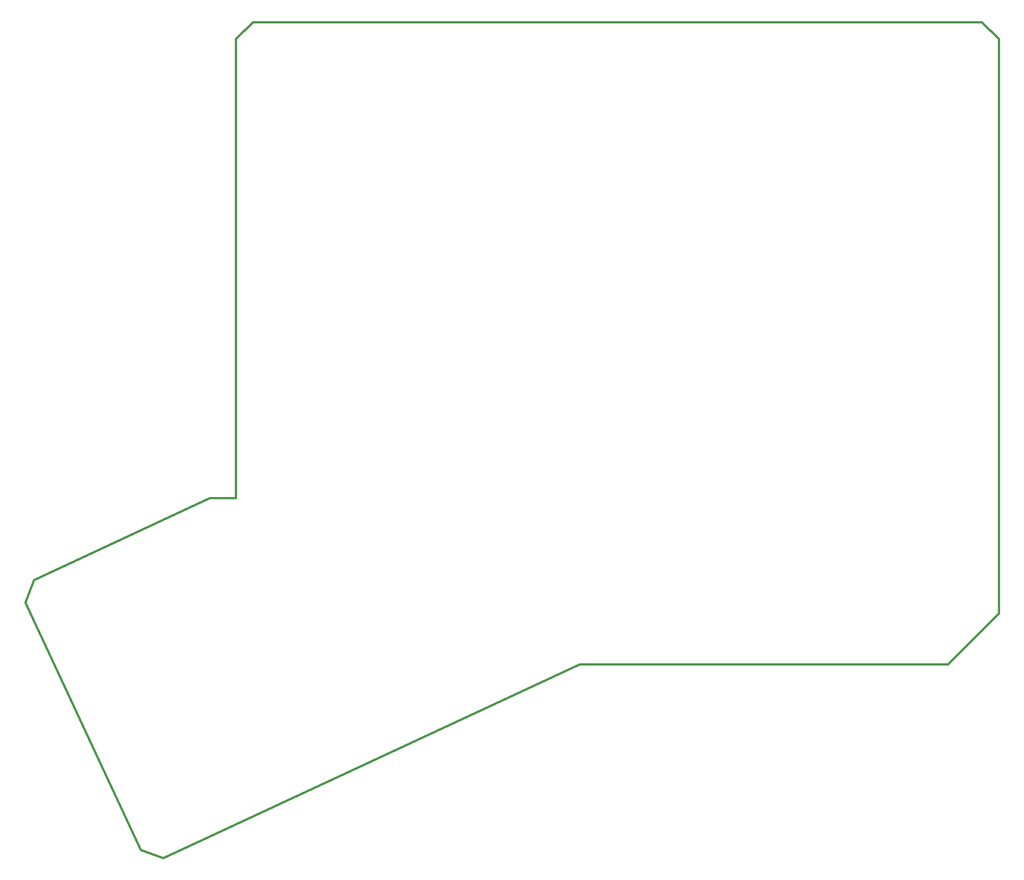
<source format=gm1>
%TF.GenerationSoftware,KiCad,Pcbnew,5.1.7*%
%TF.CreationDate,2020-11-01T11:12:36-08:00*%
%TF.ProjectId,ErgoDOX_right,4572676f-444f-4585-9f72-696768742e6b,2.0.1*%
%TF.SameCoordinates,Original*%
%TF.FileFunction,Profile,NP*%
%FSLAX46Y46*%
G04 Gerber Fmt 4.6, Leading zero omitted, Abs format (unit mm)*
G04 Created by KiCad (PCBNEW 5.1.7) date 2020-11-01 11:12:36*
%MOMM*%
%LPD*%
G01*
G04 APERTURE LIST*
%TA.AperFunction,Profile*%
%ADD10C,0.381000*%
%TD*%
G04 APERTURE END LIST*
D10*
X90121000Y-32258000D02*
X93521000Y-32258000D01*
X90121000Y-32258000D02*
X77876400Y-32258000D01*
X95046800Y-32258000D02*
X93521000Y-32258000D01*
X202742800Y-32258000D02*
X143408400Y-32258000D01*
X143408400Y-32258000D02*
X131902200Y-32258000D01*
X131902200Y-32258000D02*
X95046800Y-32258000D01*
X77876400Y-32258000D02*
X65811400Y-32258000D01*
X65811400Y-32258000D02*
X62611000Y-35433000D01*
X127152400Y-152908000D02*
X196392800Y-152908000D01*
X196392800Y-152908000D02*
X205917800Y-143383000D01*
X205917800Y-143383000D02*
X205917800Y-35433000D01*
X205917800Y-35433000D02*
X202742800Y-32258000D01*
X62611000Y-35433000D02*
X62611000Y-121666000D01*
X62611000Y-121666000D02*
X57708800Y-121666000D01*
X57708800Y-121666000D02*
X24617680Y-137096500D01*
X24617680Y-137096500D02*
X23080980Y-141315440D01*
X23080980Y-141315440D02*
X44764960Y-187817760D01*
X44764960Y-187817760D02*
X48983900Y-189351920D01*
X48983900Y-189351920D02*
X127152400Y-152908000D01*
M02*

</source>
